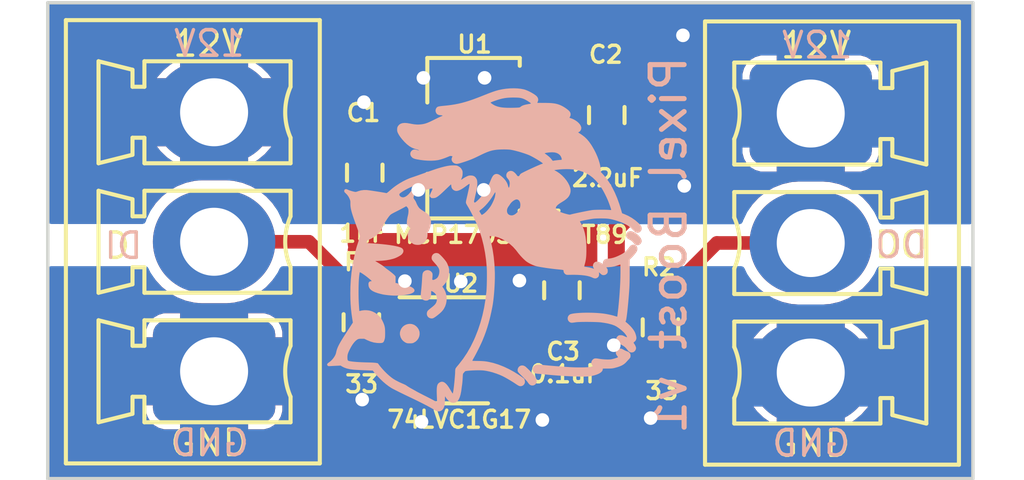
<source format=kicad_pcb>
(kicad_pcb (version 20221018) (generator pcbnew)
  (title_block (title "Pixel Boost") (date "2022-12-13") (rev "v1"))
  (layers (0 "F.Cu" signal) (31 "B.Cu" signal) (34 "B.Paste" user) (35 "F.Paste" user) (36 "B.SilkS" user "B.Silkscreen") (37 "F.SilkS" user "F.Silkscreen") (38 "B.Mask" user) (39 "F.Mask" user) (44 "Edge.Cuts" user))
  (net 0 "")
  (net 1 "+5V")
  (net 2 "GND")
  (net 3 "Net-(J1-Pin_2)")
  (net 4 "Net-(J2-Pin_2)")
  (net 5 "Net-(R1-Pad2)")
  (net 6 "Net-(R2-Pad1)")
  (net 7 "+12V")
  (footprint "Resistor_SMD:R_0603_1608Metric" (layer "F.Cu") (at 146.8 115.4 -90)
    (fp_text reference "R1" (at -1.77 0.01) (layer "F.SilkS") (effects (font (size 0.5 0.5) (thickness 0.1))))
    (fp_text value "33" (at 1.82 -0.01 180) (layer "F.SilkS") (effects (font (size 0.5 0.5) (thickness 0.1))))
    (pad "1" smd roundrect (at -0.825 0 270) (size 0.8 0.95) (layers "F.Cu" "F.Paste" "F.Mask") (net 3 "Net-(J1-Pin_2)"))
    (pad "2" smd roundrect (at 0.825 0 270) (size 0.8 0.95) (layers "F.Cu" "F.Paste" "F.Mask") (net 5 "Net-(R1-Pad2)"))
  )
  (footprint "Scotts:PhoenixContact_MCV_1,5_3-G-3.81_1x03_P3.81mm_Vertical" (layer "F.Cu") (at 142.4675 116.8425 90)
    (fp_text reference "J1")
    (fp_text value "In")
    (pad "1" thru_hole roundrect (at 0 0 90) (size 3 3.6) (drill 2) (layers "*.Cu" "*.Mask") (roundrect_rratio 0.138889) (net 2 "GND") (thermal_bridge_width 2))
    (pad "2" thru_hole oval (at 3.81 0 90) (size 3 3.6) (drill 2) (layers "*.Cu" "*.Mask") (net 3 "Net-(J1-Pin_2)"))
    (pad "3" thru_hole oval (at 7.62 0 90) (size 3 3.6) (drill 2) (layers "*.Cu" "*.Mask") (net 7 "+12V") (thermal_bridge_width 2))
  )
  (footprint "Scotts:PhoenixContact_MCV_1,5_3-G-3.81_1x03_P3.81mm_Vertical" (layer "F.Cu") (at 160.02 109.26 -90)
    (fp_text reference "J2")
    (fp_text value "Out")
    (pad "1" thru_hole roundrect (at 0 0 270) (size 3 3.6) (drill 2) (layers "*.Cu" "*.Mask") (roundrect_rratio 0.138889) (net 7 "+12V") (thermal_bridge_width 2))
    (pad "2" thru_hole oval (at 3.81 0 270) (size 3 3.6) (drill 2) (layers "*.Cu" "*.Mask") (net 4 "Net-(J2-Pin_2)"))
    (pad "3" thru_hole oval (at 7.62 0 270) (size 3 3.6) (drill 2) (layers "*.Cu" "*.Mask") (net 2 "GND") (thermal_bridge_width 2))
  )
  (footprint "Resistor_SMD:R_0603_1608Metric" (layer "F.Cu") (at 152.7 114.46 90)
    (fp_text reference "C3" (at -1.8 0.035) (layer "F.SilkS") (effects (font (size 0.5 0.5) (thickness 0.1))))
    (fp_text value "0.1uF" (at -2.465 0.1) (layer "F.SilkS") (effects (font (size 0.5 0.5) (thickness 0.1))))
    (pad "1" smd roundrect (at -0.825 0 90) (size 0.8 0.95) (layers "F.Cu" "F.Paste" "F.Mask") (net 1 "+5V"))
    (pad "2" smd roundrect (at 0.825 0 90) (size 0.8 0.95) (layers "F.Cu" "F.Paste" "F.Mask") (net 2 "GND"))
  )
  (footprint "Package_TO_SOT_SMD:SOT-89-3" (layer "F.Cu") (at 150.4 109.985 180)
    (fp_text reference "U1" (at 0.27 2.76) (layer "F.SilkS") (effects (font (size 0.5 0.5) (thickness 0.1))))
    (fp_text value "MCP1703A-SOT89" (at -0.8 -2.84) (layer "F.SilkS") (effects (font (size 0.5 0.5) (thickness 0.1))))
    (pad "1" smd rect (at -1.65 -1.5 180) (size 1.3 0.9) (layers "F.Cu" "F.Paste" "F.Mask") (net 2 "GND"))
    (pad "2" smd custom (at -1.5625 0 180) (size 1.475 0.9) (layers "F.Cu" "F.Paste" "F.Mask") (net 7 "+12V") (options (clearance outline) (anchor rect)) (primitives (gr_poly (pts (xy 3.8625 0.8665) (xy 0.7375 0.8665) (xy 0.7375 -0.8665) (xy 3.8625 -0.8665)) (width 0) (fill yes))))
    (pad "3" smd rect (at -1.65 1.5 180) (size 1.3 0.9) (layers "F.Cu" "F.Paste" "F.Mask") (net 1 "+5V"))
  )
  (footprint "Resistor_SMD:R_0603_1608Metric" (layer "F.Cu") (at 155.6 115.55 90)
    (fp_text reference "R2" (at 1.77 -0.05 180) (layer "F.SilkS") (effects (font (size 0.5 0.5) (thickness 0.1))))
    (fp_text value "33" (at -1.87 0.04 180) (layer "F.SilkS") (effects (font (size 0.5 0.5) (thickness 0.1))))
    (pad "1" smd roundrect (at -0.825 0 90) (size 0.8 0.95) (layers "F.Cu" "F.Paste" "F.Mask") (net 6 "Net-(R2-Pad1)"))
    (pad "2" smd roundrect (at 0.825 0 90) (size 0.8 0.95) (layers "F.Cu" "F.Paste" "F.Mask") (net 4 "Net-(J2-Pin_2)"))
  )
  (footprint "Package_TO_SOT_SMD:SOT-23-5" (layer "F.Cu") (at 149.725 116.225)
    (fp_text reference "U2" (at 0.005 -1.965) (layer "F.SilkS") (effects (font (size 0.5 0.5) (thickness 0.1))))
    (fp_text value "74LVC1G17" (at -0.045 2.035) (layer "F.SilkS") (effects (font (size 0.5 0.5) (thickness 0.1))))
    (pad "1" smd roundrect (at -1.1375 -0.95) (size 1.325 0.6) (layers "F.Cu" "F.Paste" "F.Mask"))
    (pad "2" smd roundrect (at -1.1375 0) (size 1.325 0.6) (layers "F.Cu" "F.Paste" "F.Mask") (net 5 "Net-(R1-Pad2)"))
    (pad "3" smd roundrect (at -1.1375 0.95) (size 1.325 0.6) (layers "F.Cu" "F.Paste" "F.Mask") (net 2 "GND"))
    (pad "4" smd roundrect (at 1.1375 0.95) (size 1.325 0.6) (layers "F.Cu" "F.Paste" "F.Mask") (net 6 "Net-(R2-Pad1)"))
    (pad "5" smd roundrect (at 1.1375 -0.95) (size 1.325 0.6) (layers "F.Cu" "F.Paste" "F.Mask") (net 1 "+5V"))
  )
  (footprint "Resistor_SMD:R_0603_1608Metric" (layer "F.Cu") (at 146.9 111 -90)
    (fp_text reference "C1" (at -1.76 0.04 180) (layer "F.SilkS") (effects (font (size 0.5 0.5) (thickness 0.1))))
    (fp_text value "1uF" (at 1.79 0.06 180) (layer "F.SilkS") (effects (font (size 0.5 0.5) (thickness 0.1))))
    (pad "1" smd roundrect (at -0.825 0 270) (size 0.8 0.95) (layers "F.Cu" "F.Paste" "F.Mask") (net 7 "+12V"))
    (pad "2" smd roundrect (at 0.825 0 270) (size 0.8 0.95) (layers "F.Cu" "F.Paste" "F.Mask") (net 2 "GND"))
  )
  (footprint "Resistor_SMD:R_0603_1608Metric" (layer "F.Cu") (at 154.02 109.305 -90)
    (fp_text reference "C2" (at -1.78 0.03 180) (layer "F.SilkS") (effects (font (size 0.5 0.5) (thickness 0.1))))
    (fp_text value "2.2uF" (at 1.85 -0.02 180) (layer "F.SilkS") (effects (font (size 0.5 0.5) (thickness 0.1))))
    (pad "1" smd roundrect (at -0.825 0 270) (size 0.8 0.95) (layers "F.Cu" "F.Paste" "F.Mask") (net 1 "+5V"))
    (pad "2" smd roundrect (at 0.825 0 270) (size 0.8 0.95) (layers "F.Cu" "F.Paste" "F.Mask") (net 2 "GND"))
  )
  (footprint "Scotts:chewi_15" (layer "B.Cu") (at 149.266242 113.061295 -90)
    (fp_text reference "G***")
    (fp_text value "LOGO" hide)
  )
  (gr_line (start 137.575 106) (end 164.79 106) (stroke (width 0.1)) (layer "Edge.Cuts"))
  (gr_line (start 164.79 106) (end 164.79 120) (stroke (width 0.1)) (layer "Edge.Cuts"))
  (gr_line (start 164.79 120) (end 137.575 120) (stroke (width 0.1)) (layer "Edge.Cuts"))
  (gr_line (start 137.575 120) (end 137.575 106) (stroke (width 0.1)) (layer "Edge.Cuts"))
  (gr_text "DO" (at 162.69 113.125) (layer "B.SilkS") (effects (font (size 0.75 0.75) (thickness 0.1)) (justify mirror)))
  (gr_text "GND" (at 160.03 118.96) (layer "B.SilkS") (effects (font (size 0.75 0.75) (thickness 0.1)) (justify mirror)))
  (gr_text "12V" (at 142.325 107.2) (layer "B.SilkS") (effects (font (size 0.75 0.75) (thickness 0.1)) (justify mirror)))
  (gr_text "12V" (at 160.21 107.25) (layer "B.SilkS") (effects (font (size 0.75 0.75) (thickness 0.1)) (justify mirror)))
  (gr_text "GND" (at 142.35 118.95) (layer "B.SilkS") (effects (font (size 0.75 0.75) (thickness 0.1)) (justify mirror)))
  (gr_text "DI" (at 139.8 113.15) (layer "B.SilkS") (effects (font (size 0.75 0.75) (thickness 0.1)) (justify mirror)))
  (gr_text "${TITLE} ${REVISION}" (at 155.84 113.13 90) (layer "B.SilkS") (effects (font (size 1 1)) (justify mirror)))
  (gr_text "GND" (at 142.325 118.95) (layer "F.SilkS") (effects (font (size 0.75 0.75) (thickness 0.1))))
  (gr_text "DI" (at 139.8 113.15) (layer "F.SilkS") (effects (font (size 0.75 0.75) (thickness 0.1))))
  (gr_text "DO" (at 162.67 113.125) (layer "F.SilkS") (effects (font (size 0.75 0.75) (thickness 0.1))))
  (gr_text "12V" (at 142.3 107.2) (layer "F.SilkS") (effects (font (size 0.75 0.75) (thickness 0.1))))
  (gr_text "GND" (at 160.04 118.97) (layer "F.SilkS") (effects (font (size 0.75 0.75) (thickness 0.1))))
  (gr_text "12V" (at 160.18 107.25) (layer "F.SilkS") (effects (font (size 0.75 0.75) (thickness 0.1))))
  (segment (start 154.3 114.4) (end 153.415 115.285) (width 0.5) (layer "F.Cu") (net 1))
  (segment (start 155.11 111.844) (end 154.3 112.654) (width 0.5) (layer "F.Cu") (net 1))
  (segment (start 153.415 115.285) (end 152.7 115.285) (width 0.5) (layer "F.Cu") (net 1))
  (segment (start 155.11 109.39) (end 155.11 111.844) (width 0.5) (layer "F.Cu") (net 1))
  (segment (start 152.05 108.485) (end 154.015 108.485) (width 0.5) (layer "F.Cu") (net 1))
  (segment (start 152.69 115.275) (end 150.8625 115.275) (width 0.5) (layer "F.Cu") (net 1))
  (segment (start 154.02 108.48) (end 154.2 108.48) (width 0.5) (layer "F.Cu") (net 1))
  (segment (start 154.015 108.485) (end 154.02 108.48) (width 0.5) (layer "F.Cu") (net 1))
  (segment (start 152.7 115.285) (end 152.69 115.275) (width 0.5) (layer "F.Cu") (net 1))
  (segment (start 154.2 108.48) (end 155.11 109.39) (width 0.5) (layer "F.Cu") (net 1))
  (segment (start 154.3 112.654) (end 154.3 114.4) (width 0.5) (layer "F.Cu") (net 1))
  (segment (start 152.05 113.15) (end 151.925 113.275) (width 1) (layer "F.Cu") (net 2))
  (segment (start 154.02 110.13) (end 154.02 111.216498) (width 1) (layer "F.Cu") (net 2))
  (segment (start 151.925 113.275) (end 148.6 113.275) (width 1) (layer "F.Cu") (net 2))
  (segment (start 152.05 111.485) (end 152.05 113.15) (width 1) (layer "F.Cu") (net 2))
  (segment (start 146.9 111.825) (end 146.9 113.075) (width 1) (layer "F.Cu") (net 2))
  (segment (start 154.02 111.216498) (end 153.751498 111.485) (width 1) (layer "F.Cu") (net 2))
  (segment (start 153.751498 111.485) (end 152.05 111.485) (width 1) (layer "F.Cu") (net 2))
  (segment (start 146.9 113.075) (end 147.1 113.275) (width 1) (layer "F.Cu") (net 2))
  (segment (start 147.1 113.275) (end 149.25 113.275) (width 1) (layer "F.Cu") (net 2))
  (via (at 155.31 118.22) (size 0.8) (drill 0.4) (layers "F.Cu" "B.Cu") (net 2))
  (via (at 149.725 114.2) (size 0.8) (drill 0.4) (layers "F.Cu" "B.Cu") (net 2))
  (via (at 151.45 114.175) (size 0.8) (drill 0.4) (layers "F.Cu" "B.Cu") (net 2))
  (via (at 154.225 116.075) (size 0.8) (drill 0.4) (layers "F.Cu" "B.Cu") (net 2))
  (via (at 148.57 118.33) (size 0.8) (drill 0.4) (layers "F.Cu" "B.Cu") (net 2))
  (via (at 148.08 114.19) (size 0.8) (drill 0.4) (layers "F.Cu" "B.Cu") (net 2))
  (via (at 146.825 117.675) (size 0.8) (drill 0.4) (layers "F.Cu" "B.Cu") (net 2))
  (via (at 152.125 118.275) (size 0.8) (drill 0.4) (layers "F.Cu" "B.Cu") (net 2))
  (segment (start 145.2575 113.0325) (end 142.4675 113.0325) (width 0.4) (layer "F.Cu") (net 3))
  (segment (start 146.8 114.575) (end 145.2575 113.0325) (width 0.4) (layer "F.Cu") (net 3))
  (segment (start 160.0175 113.0675) (end 157.2575 113.0675) (width 0.4) (layer "F.Cu") (net 4))
  (segment (start 157.2575 113.0675) (end 155.6 114.725) (width 0.4) (layer "F.Cu") (net 4))
  (segment (start 160.02 113.07) (end 160.0175 113.0675) (width 0.35) (layer "F.Cu") (net 4))
  (segment (start 148.5875 116.225) (end 146.8 116.225) (width 0.4) (layer "F.Cu") (net 5))
  (segment (start 154.775 117.2) (end 150.8875 117.2) (width 0.4) (layer "F.Cu") (net 6))
  (segment (start 155.6 116.375) (end 154.775 117.2) (width 0.4) (layer "F.Cu") (net 6))
  (segment (start 150.8875 117.2) (end 150.8625 117.175) (width 0.4) (layer "F.Cu") (net 6))
  (via (at 156.26 106.96) (size 0.8) (drill 0.4) (layers "F.Cu" "B.Cu") (net 7))
  (via (at 148.475 111.506) (size 0.8) (drill 0.4) (layers "F.Cu" "B.Cu") (net 7))
  (via (at 150.4 111.506) (size 0.8) (drill 0.4) (layers "F.Cu" "B.Cu") (net 7))
  (via (at 156.3 111.39) (size 0.8) (drill 0.4) (layers "F.Cu" "B.Cu") (net 7))
  (via (at 148.625 108.21) (size 0.8) (drill 0.4) (layers "F.Cu" "B.Cu") (net 7))
  (via (at 150.425 108.21) (size 0.8) (drill 0.4) (layers "F.Cu" "B.Cu") (net 7))
  (via (at 146.875 108.925) (size 0.8) (drill 0.4) (layers "F.Cu" "B.Cu") (net 7))
  (zone (net 2) (net_name "GND") (layer "F.Cu") (connect_pads (clearance 0.308)) (min_thickness 0.204) (fill yes (thermal_gap 0.208) (thermal_bridge_width 1))
    (polygon (pts (xy 164.87 120.02) (xy 137.5 120) (xy 137.5 114.07) (xy 146.39 114.07) (xy 146.4 113.15) (xy 152.225 113.15) (xy 152.225 111.775) (xy 153.75 111.775) (xy 153.75 114.07) (xy 164.86 114.07)))
  )
  (zone (net 7) (net_name "+12V") (layer "F.Cu") (connect_pads (clearance 0.308)) (min_thickness 0.204) (fill yes (thermal_gap 0.208) (thermal_bridge_width 1))
    (polygon (pts (xy 164.84 112.06) (xy 152 112.06) (xy 152 112.079) (xy 147.325 112.079) (xy 147.33 112.06) (xy 137.48 112.06) (xy 137.51 105.97) (xy 164.84 105.92)))
  )
  (zone (net 7) (net_name "+12V") (layer "B.Cu") (connect_pads (clearance 0.308)) (min_thickness 0.204) (fill yes (thermal_gap 0.208) (thermal_bridge_width 1))
    (polygon (pts (xy 164.88 112.52) (xy 137.48 112.51) (xy 137.51 105.97) (xy 164.85 105.93)))
  )
  (zone (net 2) (net_name "GND") (layer "B.Cu") (connect_pads (clearance 0.308)) (min_thickness 0.204) (fill yes (thermal_gap 0.208) (thermal_bridge_width 1))
    (polygon (pts (xy 164.87 120.02) (xy 137.5 120) (xy 137.51 113.75) (xy 164.86 113.75)))
  )
)
</source>
